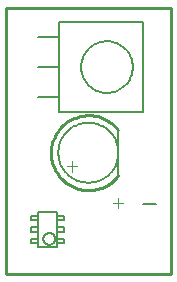
<source format=gto>
G75*
%MOIN*%
%OFA0B0*%
%FSLAX24Y24*%
%IPPOS*%
%LPD*%
%AMOC8*
5,1,8,0,0,1.08239X$1,22.5*
%
%ADD10C,0.0100*%
%ADD11C,0.0040*%
%ADD12C,0.0050*%
%ADD13C,0.0080*%
%ADD14C,0.0060*%
D10*
X000310Y000153D02*
X000310Y009011D01*
X005822Y009011D01*
X005822Y000153D01*
X000310Y000153D01*
X004066Y003438D02*
X004023Y003384D01*
X003977Y003332D01*
X003928Y003283D01*
X003876Y003236D01*
X003822Y003193D01*
X003766Y003152D01*
X003707Y003115D01*
X003647Y003081D01*
X003584Y003051D01*
X003521Y003024D01*
X003455Y003000D01*
X003389Y002980D01*
X003321Y002964D01*
X003253Y002952D01*
X003184Y002944D01*
X003115Y002939D01*
X003045Y002938D01*
X002976Y002941D01*
X002907Y002948D01*
X002839Y002959D01*
X002771Y002973D01*
X002704Y002992D01*
X002638Y003014D01*
X002573Y003039D01*
X002510Y003068D01*
X002449Y003101D01*
X002390Y003137D01*
X002333Y003176D01*
X002277Y003218D01*
X002225Y003263D01*
X002175Y003311D01*
X002128Y003362D01*
X002083Y003416D01*
X002042Y003471D01*
X002004Y003529D01*
X001969Y003589D01*
X001937Y003651D01*
X001909Y003714D01*
X001885Y003779D01*
X001864Y003845D01*
X001847Y003913D01*
X001833Y003981D01*
X001824Y004050D01*
X001818Y004119D01*
X001816Y004188D01*
X001818Y004257D01*
X001824Y004326D01*
X001833Y004395D01*
X001847Y004463D01*
X001864Y004531D01*
X001885Y004597D01*
X001909Y004662D01*
X001937Y004725D01*
X001969Y004787D01*
X002004Y004847D01*
X002042Y004905D01*
X002083Y004960D01*
X002128Y005014D01*
X002175Y005065D01*
X002225Y005113D01*
X002277Y005158D01*
X002333Y005200D01*
X002390Y005239D01*
X002449Y005275D01*
X002510Y005308D01*
X002573Y005337D01*
X002638Y005362D01*
X002704Y005384D01*
X002771Y005403D01*
X002839Y005417D01*
X002907Y005428D01*
X002976Y005435D01*
X003045Y005438D01*
X003115Y005437D01*
X003184Y005432D01*
X003253Y005424D01*
X003321Y005412D01*
X003389Y005396D01*
X003455Y005376D01*
X003521Y005352D01*
X003584Y005325D01*
X003647Y005295D01*
X003707Y005261D01*
X003766Y005224D01*
X003822Y005183D01*
X003876Y005140D01*
X003928Y005093D01*
X003977Y005044D01*
X004023Y004992D01*
X004066Y004938D01*
D11*
X002687Y003735D02*
X002340Y003735D01*
X002514Y003562D02*
X002514Y003909D01*
X003883Y002504D02*
X004230Y002504D01*
X004056Y002331D02*
X004056Y002678D01*
D12*
X004899Y002485D02*
X005306Y002485D01*
X004886Y005543D02*
X004886Y008543D01*
X002086Y008543D01*
X002086Y008043D01*
X001386Y008043D01*
X002086Y008043D02*
X002086Y007043D01*
X001386Y007043D01*
X002086Y007043D02*
X002086Y006043D01*
X001386Y006043D01*
X002086Y006043D02*
X002086Y005543D01*
X004886Y005543D01*
X002826Y007043D02*
X002828Y007101D01*
X002834Y007159D01*
X002844Y007216D01*
X002857Y007273D01*
X002875Y007328D01*
X002896Y007382D01*
X002920Y007435D01*
X002949Y007486D01*
X002980Y007534D01*
X003015Y007581D01*
X003053Y007625D01*
X003093Y007666D01*
X003137Y007705D01*
X003183Y007740D01*
X003231Y007773D01*
X003281Y007802D01*
X003334Y007827D01*
X003387Y007849D01*
X003442Y007868D01*
X003499Y007882D01*
X003556Y007893D01*
X003613Y007900D01*
X003671Y007903D01*
X003730Y007902D01*
X003787Y007897D01*
X003845Y007888D01*
X003902Y007876D01*
X003957Y007859D01*
X004012Y007839D01*
X004065Y007815D01*
X004116Y007788D01*
X004165Y007757D01*
X004212Y007723D01*
X004257Y007686D01*
X004299Y007646D01*
X004339Y007603D01*
X004375Y007558D01*
X004408Y007510D01*
X004438Y007460D01*
X004464Y007409D01*
X004487Y007355D01*
X004507Y007300D01*
X004522Y007244D01*
X004534Y007188D01*
X004542Y007130D01*
X004546Y007072D01*
X004546Y007014D01*
X004542Y006956D01*
X004534Y006898D01*
X004522Y006842D01*
X004507Y006786D01*
X004487Y006731D01*
X004464Y006677D01*
X004438Y006626D01*
X004408Y006576D01*
X004375Y006528D01*
X004339Y006483D01*
X004299Y006440D01*
X004257Y006400D01*
X004212Y006363D01*
X004165Y006329D01*
X004116Y006298D01*
X004065Y006271D01*
X004012Y006247D01*
X003957Y006227D01*
X003902Y006210D01*
X003845Y006198D01*
X003787Y006189D01*
X003730Y006184D01*
X003671Y006183D01*
X003613Y006186D01*
X003556Y006193D01*
X003499Y006204D01*
X003442Y006218D01*
X003387Y006237D01*
X003334Y006259D01*
X003281Y006284D01*
X003231Y006313D01*
X003183Y006346D01*
X003137Y006381D01*
X003093Y006420D01*
X003053Y006461D01*
X003015Y006505D01*
X002980Y006552D01*
X002949Y006600D01*
X002920Y006651D01*
X002896Y006704D01*
X002875Y006758D01*
X002857Y006813D01*
X002844Y006870D01*
X002834Y006927D01*
X002828Y006985D01*
X002826Y007043D01*
X002013Y002202D02*
X001383Y002202D01*
X001383Y001061D01*
X002013Y001061D01*
X002013Y002202D01*
X002013Y002074D02*
X002249Y002074D01*
X002249Y001936D01*
X002013Y001936D01*
X002013Y002074D01*
X002013Y001700D02*
X002249Y001700D01*
X002249Y001562D01*
X002013Y001562D01*
X002013Y001700D01*
X002013Y001326D02*
X002249Y001326D01*
X002249Y001188D01*
X002013Y001188D01*
X002013Y001326D01*
X001563Y001316D02*
X001565Y001344D01*
X001571Y001371D01*
X001581Y001397D01*
X001594Y001421D01*
X001610Y001443D01*
X001630Y001463D01*
X001652Y001479D01*
X001676Y001492D01*
X001702Y001502D01*
X001729Y001508D01*
X001757Y001510D01*
X001785Y001508D01*
X001812Y001502D01*
X001838Y001492D01*
X001862Y001479D01*
X001884Y001463D01*
X001904Y001443D01*
X001920Y001421D01*
X001933Y001397D01*
X001943Y001371D01*
X001949Y001344D01*
X001951Y001316D01*
X001949Y001288D01*
X001943Y001261D01*
X001933Y001235D01*
X001920Y001211D01*
X001904Y001189D01*
X001884Y001169D01*
X001862Y001153D01*
X001838Y001140D01*
X001812Y001130D01*
X001785Y001124D01*
X001757Y001122D01*
X001729Y001124D01*
X001702Y001130D01*
X001676Y001140D01*
X001652Y001153D01*
X001630Y001169D01*
X001610Y001189D01*
X001594Y001211D01*
X001581Y001235D01*
X001571Y001261D01*
X001565Y001288D01*
X001563Y001316D01*
X001383Y001326D02*
X001383Y001188D01*
X001147Y001188D01*
X001147Y001326D01*
X001383Y001326D01*
X001383Y001562D02*
X001147Y001562D01*
X001147Y001700D01*
X001383Y001700D01*
X001383Y001562D01*
X001383Y001936D02*
X001147Y001936D01*
X001147Y002074D01*
X001383Y002074D01*
X001383Y001936D01*
D13*
X004066Y003438D02*
X004066Y004938D01*
D14*
X002066Y004188D02*
X002068Y004251D01*
X002074Y004313D01*
X002084Y004375D01*
X002097Y004437D01*
X002115Y004497D01*
X002136Y004556D01*
X002161Y004614D01*
X002190Y004670D01*
X002222Y004724D01*
X002257Y004776D01*
X002295Y004825D01*
X002337Y004873D01*
X002381Y004917D01*
X002429Y004959D01*
X002478Y004997D01*
X002530Y005032D01*
X002584Y005064D01*
X002640Y005093D01*
X002698Y005118D01*
X002757Y005139D01*
X002817Y005157D01*
X002879Y005170D01*
X002941Y005180D01*
X003003Y005186D01*
X003066Y005188D01*
X003129Y005186D01*
X003191Y005180D01*
X003253Y005170D01*
X003315Y005157D01*
X003375Y005139D01*
X003434Y005118D01*
X003492Y005093D01*
X003548Y005064D01*
X003602Y005032D01*
X003654Y004997D01*
X003703Y004959D01*
X003751Y004917D01*
X003795Y004873D01*
X003837Y004825D01*
X003875Y004776D01*
X003910Y004724D01*
X003942Y004670D01*
X003971Y004614D01*
X003996Y004556D01*
X004017Y004497D01*
X004035Y004437D01*
X004048Y004375D01*
X004058Y004313D01*
X004064Y004251D01*
X004066Y004188D01*
X004064Y004125D01*
X004058Y004063D01*
X004048Y004001D01*
X004035Y003939D01*
X004017Y003879D01*
X003996Y003820D01*
X003971Y003762D01*
X003942Y003706D01*
X003910Y003652D01*
X003875Y003600D01*
X003837Y003551D01*
X003795Y003503D01*
X003751Y003459D01*
X003703Y003417D01*
X003654Y003379D01*
X003602Y003344D01*
X003548Y003312D01*
X003492Y003283D01*
X003434Y003258D01*
X003375Y003237D01*
X003315Y003219D01*
X003253Y003206D01*
X003191Y003196D01*
X003129Y003190D01*
X003066Y003188D01*
X003003Y003190D01*
X002941Y003196D01*
X002879Y003206D01*
X002817Y003219D01*
X002757Y003237D01*
X002698Y003258D01*
X002640Y003283D01*
X002584Y003312D01*
X002530Y003344D01*
X002478Y003379D01*
X002429Y003417D01*
X002381Y003459D01*
X002337Y003503D01*
X002295Y003551D01*
X002257Y003600D01*
X002222Y003652D01*
X002190Y003706D01*
X002161Y003762D01*
X002136Y003820D01*
X002115Y003879D01*
X002097Y003939D01*
X002084Y004001D01*
X002074Y004063D01*
X002068Y004125D01*
X002066Y004188D01*
M02*

</source>
